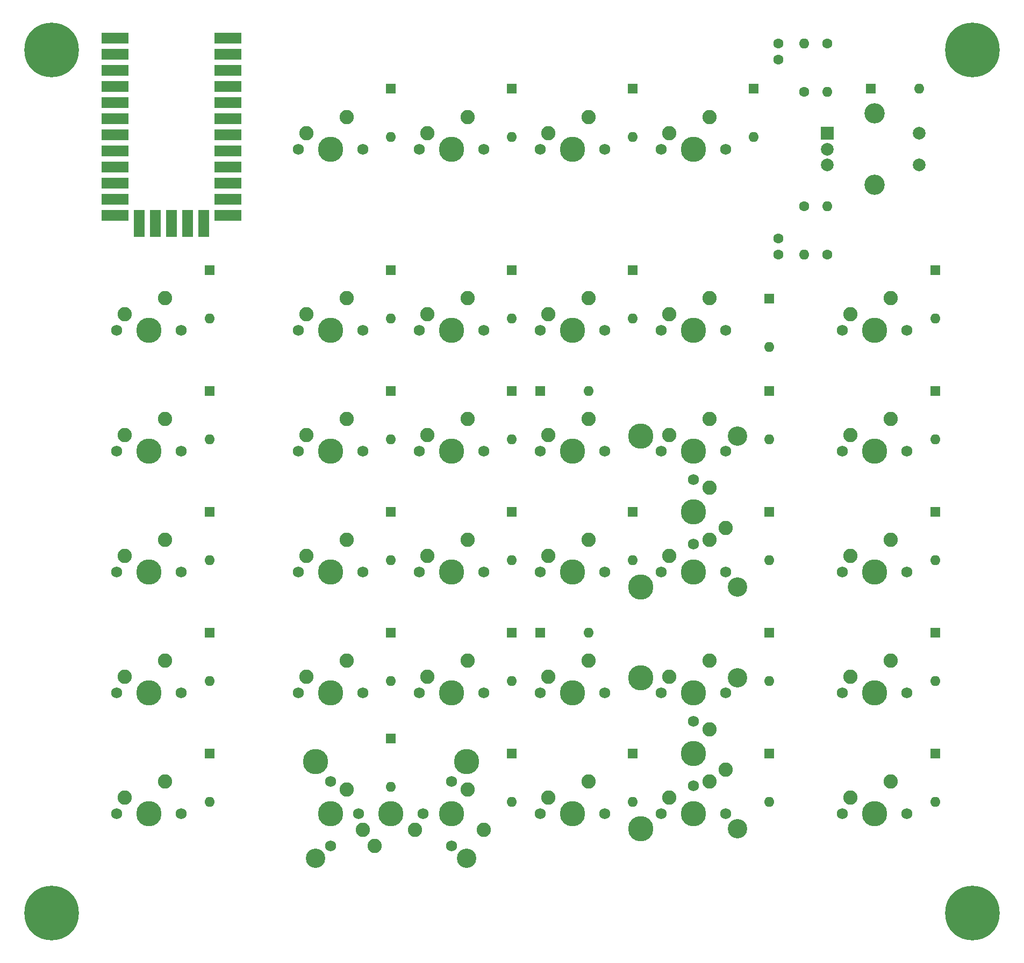
<source format=gbr>
G04 #@! TF.GenerationSoftware,KiCad,Pcbnew,(5.99.0-8951-g09be44a352)*
G04 #@! TF.CreationDate,2021-02-10T23:28:11+02:00*
G04 #@! TF.ProjectId,OsseyPad,4f737365-7950-4616-942e-6b696361645f,rev?*
G04 #@! TF.SameCoordinates,Original*
G04 #@! TF.FileFunction,Soldermask,Bot*
G04 #@! TF.FilePolarity,Negative*
%FSLAX46Y46*%
G04 Gerber Fmt 4.6, Leading zero omitted, Abs format (unit mm)*
G04 Created by KiCad (PCBNEW (5.99.0-8951-g09be44a352)) date 2021-02-10 23:28:11*
%MOMM*%
%LPD*%
G01*
G04 APERTURE LIST*
%ADD10C,0.900000*%
%ADD11C,8.600000*%
%ADD12C,3.987800*%
%ADD13C,1.750000*%
%ADD14C,2.250000*%
%ADD15C,3.048000*%
%ADD16R,2.000000X2.000000*%
%ADD17C,2.000000*%
%ADD18C,3.200000*%
%ADD19C,1.600000*%
%ADD20R,1.600000X1.600000*%
%ADD21O,1.600000X1.600000*%
%ADD22C,1.752600*%
%ADD23R,4.250000X1.752600*%
%ADD24R,1.752600X1.752600*%
%ADD25R,1.752600X4.250000*%
G04 APERTURE END LIST*
D10*
X89326254Y-81919769D03*
X84765416Y-77358931D03*
X90270835Y-79639350D03*
X83820835Y-79639350D03*
D11*
X87045835Y-79639350D03*
D10*
X87045835Y-82864350D03*
X84765416Y-81919769D03*
X89326254Y-77358931D03*
X87045835Y-76414350D03*
X228820715Y-79639350D03*
X234326134Y-77358931D03*
X234326134Y-81919769D03*
X229765296Y-77358931D03*
D11*
X232045715Y-79639350D03*
D10*
X229765296Y-81919769D03*
X232045715Y-76414350D03*
X232045715Y-82864350D03*
X235270715Y-79639350D03*
X84765416Y-217918369D03*
X87045835Y-212412950D03*
X89326254Y-213357531D03*
X89326254Y-217918369D03*
X90270835Y-215637950D03*
X87045835Y-218862950D03*
X83820835Y-215637950D03*
X84765416Y-213357531D03*
D11*
X87045835Y-215637950D03*
D10*
X235270715Y-215637950D03*
X229765296Y-217918369D03*
X229765296Y-213357531D03*
X228820715Y-215637950D03*
X232045715Y-218862950D03*
X234326134Y-213357531D03*
X234326134Y-217918369D03*
D11*
X232045715Y-215637950D03*
D10*
X232045715Y-212412950D03*
D12*
X130968750Y-95250000D03*
D13*
X125888750Y-95250000D03*
X136048750Y-95250000D03*
D14*
X127158750Y-92710000D03*
X133508750Y-90170000D03*
D12*
X150018750Y-95250000D03*
D13*
X155098750Y-95250000D03*
X144938750Y-95250000D03*
D14*
X146208750Y-92710000D03*
X152558750Y-90170000D03*
D13*
X163988750Y-95250000D03*
D12*
X169068750Y-95250000D03*
D13*
X174148750Y-95250000D03*
D14*
X165258750Y-92710000D03*
X171608750Y-90170000D03*
D13*
X193198750Y-95250000D03*
D12*
X188118750Y-95250000D03*
D13*
X183038750Y-95250000D03*
D14*
X184308750Y-92710000D03*
X190658750Y-90170000D03*
D13*
X97313750Y-123825000D03*
X107473750Y-123825000D03*
D12*
X102393750Y-123825000D03*
D14*
X98583750Y-121285000D03*
X104933750Y-118745000D03*
D13*
X125888750Y-123825000D03*
X136048750Y-123825000D03*
D12*
X130968750Y-123825000D03*
D14*
X127158750Y-121285000D03*
X133508750Y-118745000D03*
D12*
X150018750Y-123825000D03*
D13*
X155098750Y-123825000D03*
X144938750Y-123825000D03*
D14*
X146208750Y-121285000D03*
X152558750Y-118745000D03*
D13*
X174148750Y-123825000D03*
D12*
X169068750Y-123825000D03*
D13*
X163988750Y-123825000D03*
D14*
X165258750Y-121285000D03*
X171608750Y-118745000D03*
D13*
X183038750Y-123825000D03*
D12*
X188118750Y-123825000D03*
D13*
X193198750Y-123825000D03*
D14*
X184308750Y-121285000D03*
X190658750Y-118745000D03*
D12*
X216693750Y-123825000D03*
D13*
X211613750Y-123825000D03*
X221773750Y-123825000D03*
D14*
X212883750Y-121285000D03*
X219233750Y-118745000D03*
D12*
X102393750Y-142875000D03*
D13*
X107473750Y-142875000D03*
X97313750Y-142875000D03*
D14*
X98583750Y-140335000D03*
X104933750Y-137795000D03*
D12*
X130968750Y-142875000D03*
D13*
X125888750Y-142875000D03*
X136048750Y-142875000D03*
D14*
X127158750Y-140335000D03*
X133508750Y-137795000D03*
D13*
X155098750Y-142875000D03*
D12*
X150018750Y-142875000D03*
D13*
X144938750Y-142875000D03*
D14*
X146208750Y-140335000D03*
X152558750Y-137795000D03*
D13*
X174148750Y-142875000D03*
D12*
X169068750Y-142875000D03*
D13*
X163988750Y-142875000D03*
D14*
X165258750Y-140335000D03*
X171608750Y-137795000D03*
D13*
X183038750Y-142875000D03*
D12*
X188118750Y-142875000D03*
D13*
X193198750Y-142875000D03*
D14*
X184308750Y-140335000D03*
X190658750Y-137795000D03*
D13*
X211613750Y-142875000D03*
D12*
X216693750Y-142875000D03*
D13*
X221773750Y-142875000D03*
D14*
X212883750Y-140335000D03*
X219233750Y-137795000D03*
D13*
X97313750Y-161925000D03*
D12*
X102393750Y-161925000D03*
D13*
X107473750Y-161925000D03*
D14*
X98583750Y-159385000D03*
X104933750Y-156845000D03*
D13*
X136048750Y-161925000D03*
X125888750Y-161925000D03*
D12*
X130968750Y-161925000D03*
D14*
X127158750Y-159385000D03*
X133508750Y-156845000D03*
D12*
X150018750Y-161925000D03*
D13*
X144938750Y-161925000D03*
X155098750Y-161925000D03*
D14*
X146208750Y-159385000D03*
X152558750Y-156845000D03*
D13*
X163988750Y-161925000D03*
X174148750Y-161925000D03*
D12*
X169068750Y-161925000D03*
D14*
X165258750Y-159385000D03*
X171608750Y-156845000D03*
D13*
X193198750Y-161925000D03*
D12*
X188118750Y-161925000D03*
D13*
X183038750Y-161925000D03*
D14*
X184308750Y-159385000D03*
X190658750Y-156845000D03*
D13*
X211613750Y-161925000D03*
X221773750Y-161925000D03*
D12*
X216693750Y-161925000D03*
D14*
X212883750Y-159385000D03*
X219233750Y-156845000D03*
D12*
X188118750Y-180975000D03*
D13*
X183038750Y-180975000D03*
X193198750Y-180975000D03*
D14*
X184308750Y-178435000D03*
X190658750Y-175895000D03*
D13*
X97313750Y-180975000D03*
X107473750Y-180975000D03*
D12*
X102393750Y-180975000D03*
D14*
X98583750Y-178435000D03*
X104933750Y-175895000D03*
D13*
X125888750Y-180975000D03*
X136048750Y-180975000D03*
D12*
X130968750Y-180975000D03*
D14*
X127158750Y-178435000D03*
X133508750Y-175895000D03*
D13*
X155098750Y-180975000D03*
D12*
X150018750Y-180975000D03*
D13*
X144938750Y-180975000D03*
D14*
X146208750Y-178435000D03*
X152558750Y-175895000D03*
D13*
X174148750Y-180975000D03*
X163988750Y-180975000D03*
D12*
X169068750Y-180975000D03*
D14*
X165258750Y-178435000D03*
X171608750Y-175895000D03*
D13*
X211613750Y-180975000D03*
X221773750Y-180975000D03*
D12*
X216693750Y-180975000D03*
D14*
X212883750Y-178435000D03*
X219233750Y-175895000D03*
D13*
X97313750Y-200025000D03*
X107473750Y-200025000D03*
D12*
X102393750Y-200025000D03*
D14*
X98583750Y-197485000D03*
X104933750Y-194945000D03*
D13*
X130968750Y-205105000D03*
D12*
X130968750Y-200025000D03*
D13*
X130968750Y-194945000D03*
D14*
X133508750Y-196215000D03*
X136048750Y-202565000D03*
D13*
X150018750Y-205105000D03*
D12*
X150018750Y-200025000D03*
D13*
X150018750Y-194945000D03*
D14*
X152558750Y-196215000D03*
X155098750Y-202565000D03*
D12*
X169068750Y-200025000D03*
D13*
X163988750Y-200025000D03*
X174148750Y-200025000D03*
D14*
X165258750Y-197485000D03*
X171608750Y-194945000D03*
D13*
X193198750Y-200025000D03*
X183038750Y-200025000D03*
D12*
X188118750Y-200025000D03*
D14*
X184308750Y-197485000D03*
X190658750Y-194945000D03*
D13*
X221773750Y-200025000D03*
D12*
X216693750Y-200025000D03*
D13*
X211613750Y-200025000D03*
D14*
X212883750Y-197485000D03*
X219233750Y-194945000D03*
D12*
X179863750Y-164306250D03*
D15*
X195103750Y-164306250D03*
D12*
X188118750Y-152400000D03*
D13*
X188118750Y-147320000D03*
D12*
X179863750Y-140493750D03*
D15*
X195103750Y-140493750D03*
D13*
X188118750Y-157480000D03*
D14*
X190658750Y-148590000D03*
X193198750Y-154940000D03*
D12*
X179863750Y-202406250D03*
X179863750Y-178593750D03*
D15*
X195103750Y-178593750D03*
D12*
X188118750Y-190500000D03*
D13*
X188118750Y-185420000D03*
X188118750Y-195580000D03*
D15*
X195103750Y-202406250D03*
D14*
X190658750Y-186690000D03*
X193198750Y-193040000D03*
D12*
X140493750Y-200025000D03*
X152400000Y-191770000D03*
D15*
X152400000Y-207010000D03*
D12*
X128587500Y-191770000D03*
D15*
X128587500Y-207010000D03*
D13*
X145573750Y-200025000D03*
X135413750Y-200025000D03*
D14*
X144303750Y-202565000D03*
X137953750Y-205105000D03*
D16*
X209193750Y-92750000D03*
D17*
X209193750Y-97750000D03*
X209193750Y-95250000D03*
D18*
X216693750Y-100850000D03*
X216693750Y-89650000D03*
D17*
X223693750Y-97750000D03*
X223693750Y-92750000D03*
D19*
X201530000Y-111840000D03*
X201530000Y-109340000D03*
X201530000Y-78630000D03*
X201530000Y-81130000D03*
D20*
X140493750Y-85725000D03*
D21*
X140493750Y-93345000D03*
D20*
X159543750Y-85725000D03*
D21*
X159543750Y-93345000D03*
D20*
X178593750Y-85725000D03*
D21*
X178593750Y-93345000D03*
D20*
X197643750Y-85725000D03*
D21*
X197643750Y-93345000D03*
D20*
X216070000Y-85725000D03*
D21*
X223690000Y-85725000D03*
D20*
X111918750Y-114300000D03*
D21*
X111918750Y-121920000D03*
D20*
X140493750Y-114300000D03*
D21*
X140493750Y-121920000D03*
D20*
X159543750Y-114300000D03*
D21*
X159543750Y-121920000D03*
D20*
X178593750Y-114300000D03*
D21*
X178593750Y-121920000D03*
D20*
X200025000Y-118780000D03*
D21*
X200025000Y-126400000D03*
D20*
X226218750Y-114300000D03*
D21*
X226218750Y-121920000D03*
D20*
X111918750Y-133350000D03*
D21*
X111918750Y-140970000D03*
D20*
X140493750Y-133350000D03*
D21*
X140493750Y-140970000D03*
D20*
X159543750Y-133350000D03*
D21*
X159543750Y-140970000D03*
D20*
X163980000Y-133350000D03*
D21*
X171600000Y-133350000D03*
D20*
X200025000Y-133350000D03*
D21*
X200025000Y-140970000D03*
D20*
X226218750Y-133350000D03*
D21*
X226218750Y-140970000D03*
D20*
X111918750Y-152400000D03*
D21*
X111918750Y-160020000D03*
D20*
X140493750Y-152400000D03*
D21*
X140493750Y-160020000D03*
D20*
X159543750Y-152400000D03*
D21*
X159543750Y-160020000D03*
D20*
X178593750Y-152400000D03*
D21*
X178593750Y-160020000D03*
D20*
X200025000Y-152400000D03*
D21*
X200025000Y-160020000D03*
D20*
X226218750Y-152400000D03*
D21*
X226218750Y-160020000D03*
D20*
X200025000Y-171450000D03*
D21*
X200025000Y-179070000D03*
D20*
X111918750Y-171450000D03*
D21*
X111918750Y-179070000D03*
D20*
X140493750Y-171450000D03*
D21*
X140493750Y-179070000D03*
D20*
X159543750Y-171450000D03*
D21*
X159543750Y-179070000D03*
D20*
X226218750Y-171450000D03*
D21*
X226218750Y-179070000D03*
D20*
X111918750Y-190500000D03*
D21*
X111918750Y-198120000D03*
D20*
X140500000Y-188125000D03*
D21*
X140500000Y-195745000D03*
D20*
X159543750Y-190500000D03*
D21*
X159543750Y-198120000D03*
D20*
X178593750Y-190500000D03*
D21*
X178593750Y-198120000D03*
D20*
X200025000Y-190500000D03*
D21*
X200025000Y-198120000D03*
D20*
X226218750Y-190500000D03*
D21*
X226218750Y-198120000D03*
D19*
X209190000Y-78580000D03*
D21*
X209190000Y-86200000D03*
D19*
X209170000Y-111920000D03*
D21*
X209170000Y-104300000D03*
D19*
X205530000Y-86210000D03*
D21*
X205530000Y-78590000D03*
D19*
X205530000Y-104300000D03*
D21*
X205530000Y-111920000D03*
D20*
X163980000Y-171450000D03*
D21*
X171600000Y-171450000D03*
D22*
X113543000Y-77739500D03*
D23*
X114783000Y-77739500D03*
D22*
X113543000Y-80279500D03*
D23*
X114793000Y-80279500D03*
D24*
X113543000Y-82819500D03*
D23*
X114793000Y-82819500D03*
D24*
X113543000Y-85359500D03*
D23*
X114793000Y-85359500D03*
D22*
X113543000Y-87899500D03*
D23*
X114793000Y-87899500D03*
X114793000Y-90439500D03*
D22*
X113543000Y-90439500D03*
X113543000Y-92979500D03*
D23*
X114793000Y-92979500D03*
D22*
X113543000Y-95519500D03*
D23*
X114793000Y-95519500D03*
D22*
X113543000Y-98059500D03*
D23*
X114793000Y-98059500D03*
D22*
X113543000Y-100599500D03*
D23*
X114793000Y-100599500D03*
D22*
X113543000Y-103139500D03*
D23*
X114793000Y-103139500D03*
D22*
X113543000Y-105679500D03*
D23*
X114793000Y-105679500D03*
D22*
X98303000Y-105679500D03*
D23*
X97053000Y-105679500D03*
X97053000Y-103139500D03*
D22*
X98303000Y-103139500D03*
X98303000Y-100599500D03*
D23*
X97053000Y-100599500D03*
D22*
X98303000Y-98059500D03*
D23*
X97053000Y-98059500D03*
D22*
X98303000Y-95519500D03*
D23*
X97053000Y-95519500D03*
D22*
X98303000Y-92979500D03*
D23*
X97053000Y-92979500D03*
D22*
X98303000Y-90439500D03*
D23*
X97053000Y-90439500D03*
X97053000Y-87899500D03*
D22*
X98303000Y-87899500D03*
X98303000Y-85359500D03*
D23*
X97053000Y-85359500D03*
D22*
X98303000Y-82819500D03*
D23*
X97053000Y-82819500D03*
D24*
X98303000Y-80279500D03*
D23*
X97053000Y-80279500D03*
D22*
X98303000Y-77739500D03*
D23*
X97053000Y-77739500D03*
D22*
X111003000Y-105679500D03*
D25*
X111003000Y-106929500D03*
D22*
X108463000Y-105679500D03*
D25*
X108463000Y-106929500D03*
X105923000Y-106929500D03*
D22*
X105923000Y-105679500D03*
X103383000Y-105679500D03*
D25*
X103383000Y-106929500D03*
D22*
X100843000Y-105679500D03*
D25*
X100843000Y-106929500D03*
M02*

</source>
